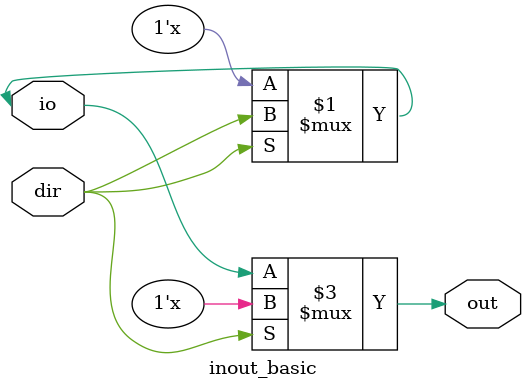
<source format=v>
module inout_basic(input dir, inout io, output out);
    assign io = (dir) ? dir : 1'bz;
    assign out = (!dir) ? io : 1'bx;
endmodule
</source>
